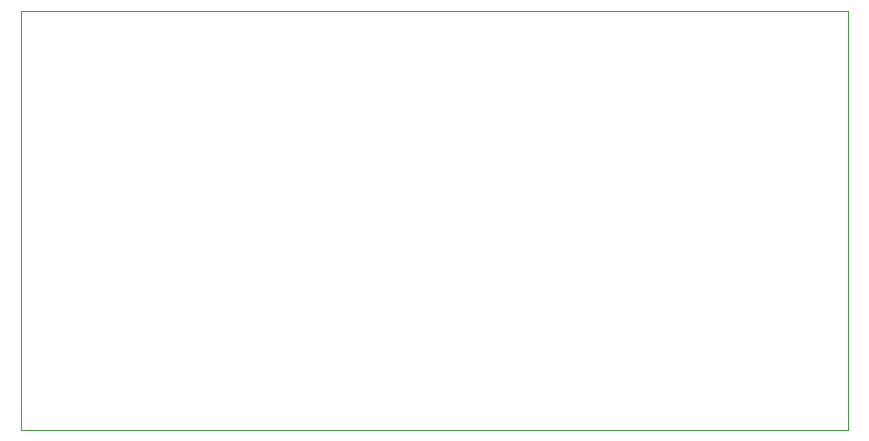
<source format=gbr>
%TF.GenerationSoftware,KiCad,Pcbnew,7.0.2*%
%TF.CreationDate,2023-05-22T23:48:16+02:00*%
%TF.ProjectId,ToneLighter,546f6e65-4c69-4676-9874-65722e6b6963,rev?*%
%TF.SameCoordinates,Original*%
%TF.FileFunction,Profile,NP*%
%FSLAX46Y46*%
G04 Gerber Fmt 4.6, Leading zero omitted, Abs format (unit mm)*
G04 Created by KiCad (PCBNEW 7.0.2) date 2023-05-22 23:48:16*
%MOMM*%
%LPD*%
G01*
G04 APERTURE LIST*
%TA.AperFunction,Profile*%
%ADD10C,0.100000*%
%TD*%
G04 APERTURE END LIST*
D10*
X68223000Y-34671000D02*
X138223000Y-34671000D01*
X138223000Y-70171000D01*
X68223000Y-70171000D01*
X68223000Y-34671000D01*
M02*

</source>
